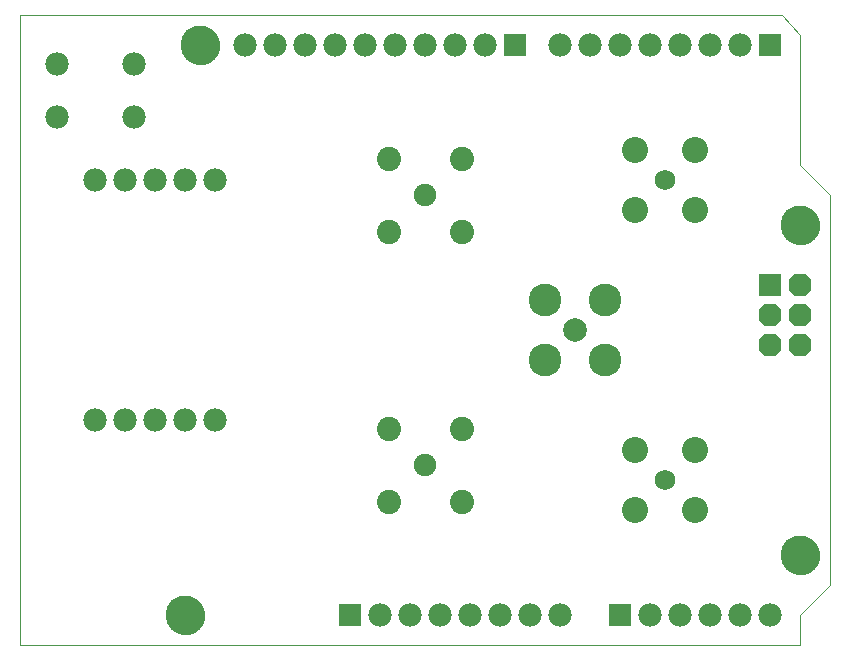
<source format=gbs>
G75*
%MOIN*%
%OFA0B0*%
%FSLAX25Y25*%
%IPPOS*%
%LPD*%
%AMOC8*
5,1,8,0,0,1.08239X$1,22.5*
%
%ADD10C,0.00000*%
%ADD11C,0.12998*%
%ADD12R,0.07800X0.07800*%
%ADD13C,0.07800*%
%ADD14R,0.07600X0.07600*%
%ADD15OC8,0.07600*%
%ADD16C,0.07487*%
%ADD17C,0.08077*%
%ADD18C,0.06896*%
%ADD19C,0.08668*%
%ADD20C,0.07900*%
%ADD21C,0.10900*%
D10*
X0001000Y0001000D02*
X0001000Y0211000D01*
X0255000Y0211000D01*
X0261000Y0204500D01*
X0261000Y0161000D01*
X0271000Y0151000D01*
X0271000Y0021000D01*
X0261000Y0011000D01*
X0261000Y0001000D01*
X0001000Y0001000D01*
X0049701Y0011000D02*
X0049703Y0011158D01*
X0049709Y0011316D01*
X0049719Y0011474D01*
X0049733Y0011632D01*
X0049751Y0011789D01*
X0049772Y0011946D01*
X0049798Y0012102D01*
X0049828Y0012258D01*
X0049861Y0012413D01*
X0049899Y0012566D01*
X0049940Y0012719D01*
X0049985Y0012871D01*
X0050034Y0013022D01*
X0050087Y0013171D01*
X0050143Y0013319D01*
X0050203Y0013465D01*
X0050267Y0013610D01*
X0050335Y0013753D01*
X0050406Y0013895D01*
X0050480Y0014035D01*
X0050558Y0014172D01*
X0050640Y0014308D01*
X0050724Y0014442D01*
X0050813Y0014573D01*
X0050904Y0014702D01*
X0050999Y0014829D01*
X0051096Y0014954D01*
X0051197Y0015076D01*
X0051301Y0015195D01*
X0051408Y0015312D01*
X0051518Y0015426D01*
X0051631Y0015537D01*
X0051746Y0015646D01*
X0051864Y0015751D01*
X0051985Y0015853D01*
X0052108Y0015953D01*
X0052234Y0016049D01*
X0052362Y0016142D01*
X0052492Y0016232D01*
X0052625Y0016318D01*
X0052760Y0016402D01*
X0052896Y0016481D01*
X0053035Y0016558D01*
X0053176Y0016630D01*
X0053318Y0016700D01*
X0053462Y0016765D01*
X0053608Y0016827D01*
X0053755Y0016885D01*
X0053904Y0016940D01*
X0054054Y0016991D01*
X0054205Y0017038D01*
X0054357Y0017081D01*
X0054510Y0017120D01*
X0054665Y0017156D01*
X0054820Y0017187D01*
X0054976Y0017215D01*
X0055132Y0017239D01*
X0055289Y0017259D01*
X0055447Y0017275D01*
X0055604Y0017287D01*
X0055763Y0017295D01*
X0055921Y0017299D01*
X0056079Y0017299D01*
X0056237Y0017295D01*
X0056396Y0017287D01*
X0056553Y0017275D01*
X0056711Y0017259D01*
X0056868Y0017239D01*
X0057024Y0017215D01*
X0057180Y0017187D01*
X0057335Y0017156D01*
X0057490Y0017120D01*
X0057643Y0017081D01*
X0057795Y0017038D01*
X0057946Y0016991D01*
X0058096Y0016940D01*
X0058245Y0016885D01*
X0058392Y0016827D01*
X0058538Y0016765D01*
X0058682Y0016700D01*
X0058824Y0016630D01*
X0058965Y0016558D01*
X0059104Y0016481D01*
X0059240Y0016402D01*
X0059375Y0016318D01*
X0059508Y0016232D01*
X0059638Y0016142D01*
X0059766Y0016049D01*
X0059892Y0015953D01*
X0060015Y0015853D01*
X0060136Y0015751D01*
X0060254Y0015646D01*
X0060369Y0015537D01*
X0060482Y0015426D01*
X0060592Y0015312D01*
X0060699Y0015195D01*
X0060803Y0015076D01*
X0060904Y0014954D01*
X0061001Y0014829D01*
X0061096Y0014702D01*
X0061187Y0014573D01*
X0061276Y0014442D01*
X0061360Y0014308D01*
X0061442Y0014172D01*
X0061520Y0014035D01*
X0061594Y0013895D01*
X0061665Y0013753D01*
X0061733Y0013610D01*
X0061797Y0013465D01*
X0061857Y0013319D01*
X0061913Y0013171D01*
X0061966Y0013022D01*
X0062015Y0012871D01*
X0062060Y0012719D01*
X0062101Y0012566D01*
X0062139Y0012413D01*
X0062172Y0012258D01*
X0062202Y0012102D01*
X0062228Y0011946D01*
X0062249Y0011789D01*
X0062267Y0011632D01*
X0062281Y0011474D01*
X0062291Y0011316D01*
X0062297Y0011158D01*
X0062299Y0011000D01*
X0062297Y0010842D01*
X0062291Y0010684D01*
X0062281Y0010526D01*
X0062267Y0010368D01*
X0062249Y0010211D01*
X0062228Y0010054D01*
X0062202Y0009898D01*
X0062172Y0009742D01*
X0062139Y0009587D01*
X0062101Y0009434D01*
X0062060Y0009281D01*
X0062015Y0009129D01*
X0061966Y0008978D01*
X0061913Y0008829D01*
X0061857Y0008681D01*
X0061797Y0008535D01*
X0061733Y0008390D01*
X0061665Y0008247D01*
X0061594Y0008105D01*
X0061520Y0007965D01*
X0061442Y0007828D01*
X0061360Y0007692D01*
X0061276Y0007558D01*
X0061187Y0007427D01*
X0061096Y0007298D01*
X0061001Y0007171D01*
X0060904Y0007046D01*
X0060803Y0006924D01*
X0060699Y0006805D01*
X0060592Y0006688D01*
X0060482Y0006574D01*
X0060369Y0006463D01*
X0060254Y0006354D01*
X0060136Y0006249D01*
X0060015Y0006147D01*
X0059892Y0006047D01*
X0059766Y0005951D01*
X0059638Y0005858D01*
X0059508Y0005768D01*
X0059375Y0005682D01*
X0059240Y0005598D01*
X0059104Y0005519D01*
X0058965Y0005442D01*
X0058824Y0005370D01*
X0058682Y0005300D01*
X0058538Y0005235D01*
X0058392Y0005173D01*
X0058245Y0005115D01*
X0058096Y0005060D01*
X0057946Y0005009D01*
X0057795Y0004962D01*
X0057643Y0004919D01*
X0057490Y0004880D01*
X0057335Y0004844D01*
X0057180Y0004813D01*
X0057024Y0004785D01*
X0056868Y0004761D01*
X0056711Y0004741D01*
X0056553Y0004725D01*
X0056396Y0004713D01*
X0056237Y0004705D01*
X0056079Y0004701D01*
X0055921Y0004701D01*
X0055763Y0004705D01*
X0055604Y0004713D01*
X0055447Y0004725D01*
X0055289Y0004741D01*
X0055132Y0004761D01*
X0054976Y0004785D01*
X0054820Y0004813D01*
X0054665Y0004844D01*
X0054510Y0004880D01*
X0054357Y0004919D01*
X0054205Y0004962D01*
X0054054Y0005009D01*
X0053904Y0005060D01*
X0053755Y0005115D01*
X0053608Y0005173D01*
X0053462Y0005235D01*
X0053318Y0005300D01*
X0053176Y0005370D01*
X0053035Y0005442D01*
X0052896Y0005519D01*
X0052760Y0005598D01*
X0052625Y0005682D01*
X0052492Y0005768D01*
X0052362Y0005858D01*
X0052234Y0005951D01*
X0052108Y0006047D01*
X0051985Y0006147D01*
X0051864Y0006249D01*
X0051746Y0006354D01*
X0051631Y0006463D01*
X0051518Y0006574D01*
X0051408Y0006688D01*
X0051301Y0006805D01*
X0051197Y0006924D01*
X0051096Y0007046D01*
X0050999Y0007171D01*
X0050904Y0007298D01*
X0050813Y0007427D01*
X0050724Y0007558D01*
X0050640Y0007692D01*
X0050558Y0007828D01*
X0050480Y0007965D01*
X0050406Y0008105D01*
X0050335Y0008247D01*
X0050267Y0008390D01*
X0050203Y0008535D01*
X0050143Y0008681D01*
X0050087Y0008829D01*
X0050034Y0008978D01*
X0049985Y0009129D01*
X0049940Y0009281D01*
X0049899Y0009434D01*
X0049861Y0009587D01*
X0049828Y0009742D01*
X0049798Y0009898D01*
X0049772Y0010054D01*
X0049751Y0010211D01*
X0049733Y0010368D01*
X0049719Y0010526D01*
X0049709Y0010684D01*
X0049703Y0010842D01*
X0049701Y0011000D01*
X0254701Y0031000D02*
X0254703Y0031158D01*
X0254709Y0031316D01*
X0254719Y0031474D01*
X0254733Y0031632D01*
X0254751Y0031789D01*
X0254772Y0031946D01*
X0254798Y0032102D01*
X0254828Y0032258D01*
X0254861Y0032413D01*
X0254899Y0032566D01*
X0254940Y0032719D01*
X0254985Y0032871D01*
X0255034Y0033022D01*
X0255087Y0033171D01*
X0255143Y0033319D01*
X0255203Y0033465D01*
X0255267Y0033610D01*
X0255335Y0033753D01*
X0255406Y0033895D01*
X0255480Y0034035D01*
X0255558Y0034172D01*
X0255640Y0034308D01*
X0255724Y0034442D01*
X0255813Y0034573D01*
X0255904Y0034702D01*
X0255999Y0034829D01*
X0256096Y0034954D01*
X0256197Y0035076D01*
X0256301Y0035195D01*
X0256408Y0035312D01*
X0256518Y0035426D01*
X0256631Y0035537D01*
X0256746Y0035646D01*
X0256864Y0035751D01*
X0256985Y0035853D01*
X0257108Y0035953D01*
X0257234Y0036049D01*
X0257362Y0036142D01*
X0257492Y0036232D01*
X0257625Y0036318D01*
X0257760Y0036402D01*
X0257896Y0036481D01*
X0258035Y0036558D01*
X0258176Y0036630D01*
X0258318Y0036700D01*
X0258462Y0036765D01*
X0258608Y0036827D01*
X0258755Y0036885D01*
X0258904Y0036940D01*
X0259054Y0036991D01*
X0259205Y0037038D01*
X0259357Y0037081D01*
X0259510Y0037120D01*
X0259665Y0037156D01*
X0259820Y0037187D01*
X0259976Y0037215D01*
X0260132Y0037239D01*
X0260289Y0037259D01*
X0260447Y0037275D01*
X0260604Y0037287D01*
X0260763Y0037295D01*
X0260921Y0037299D01*
X0261079Y0037299D01*
X0261237Y0037295D01*
X0261396Y0037287D01*
X0261553Y0037275D01*
X0261711Y0037259D01*
X0261868Y0037239D01*
X0262024Y0037215D01*
X0262180Y0037187D01*
X0262335Y0037156D01*
X0262490Y0037120D01*
X0262643Y0037081D01*
X0262795Y0037038D01*
X0262946Y0036991D01*
X0263096Y0036940D01*
X0263245Y0036885D01*
X0263392Y0036827D01*
X0263538Y0036765D01*
X0263682Y0036700D01*
X0263824Y0036630D01*
X0263965Y0036558D01*
X0264104Y0036481D01*
X0264240Y0036402D01*
X0264375Y0036318D01*
X0264508Y0036232D01*
X0264638Y0036142D01*
X0264766Y0036049D01*
X0264892Y0035953D01*
X0265015Y0035853D01*
X0265136Y0035751D01*
X0265254Y0035646D01*
X0265369Y0035537D01*
X0265482Y0035426D01*
X0265592Y0035312D01*
X0265699Y0035195D01*
X0265803Y0035076D01*
X0265904Y0034954D01*
X0266001Y0034829D01*
X0266096Y0034702D01*
X0266187Y0034573D01*
X0266276Y0034442D01*
X0266360Y0034308D01*
X0266442Y0034172D01*
X0266520Y0034035D01*
X0266594Y0033895D01*
X0266665Y0033753D01*
X0266733Y0033610D01*
X0266797Y0033465D01*
X0266857Y0033319D01*
X0266913Y0033171D01*
X0266966Y0033022D01*
X0267015Y0032871D01*
X0267060Y0032719D01*
X0267101Y0032566D01*
X0267139Y0032413D01*
X0267172Y0032258D01*
X0267202Y0032102D01*
X0267228Y0031946D01*
X0267249Y0031789D01*
X0267267Y0031632D01*
X0267281Y0031474D01*
X0267291Y0031316D01*
X0267297Y0031158D01*
X0267299Y0031000D01*
X0267297Y0030842D01*
X0267291Y0030684D01*
X0267281Y0030526D01*
X0267267Y0030368D01*
X0267249Y0030211D01*
X0267228Y0030054D01*
X0267202Y0029898D01*
X0267172Y0029742D01*
X0267139Y0029587D01*
X0267101Y0029434D01*
X0267060Y0029281D01*
X0267015Y0029129D01*
X0266966Y0028978D01*
X0266913Y0028829D01*
X0266857Y0028681D01*
X0266797Y0028535D01*
X0266733Y0028390D01*
X0266665Y0028247D01*
X0266594Y0028105D01*
X0266520Y0027965D01*
X0266442Y0027828D01*
X0266360Y0027692D01*
X0266276Y0027558D01*
X0266187Y0027427D01*
X0266096Y0027298D01*
X0266001Y0027171D01*
X0265904Y0027046D01*
X0265803Y0026924D01*
X0265699Y0026805D01*
X0265592Y0026688D01*
X0265482Y0026574D01*
X0265369Y0026463D01*
X0265254Y0026354D01*
X0265136Y0026249D01*
X0265015Y0026147D01*
X0264892Y0026047D01*
X0264766Y0025951D01*
X0264638Y0025858D01*
X0264508Y0025768D01*
X0264375Y0025682D01*
X0264240Y0025598D01*
X0264104Y0025519D01*
X0263965Y0025442D01*
X0263824Y0025370D01*
X0263682Y0025300D01*
X0263538Y0025235D01*
X0263392Y0025173D01*
X0263245Y0025115D01*
X0263096Y0025060D01*
X0262946Y0025009D01*
X0262795Y0024962D01*
X0262643Y0024919D01*
X0262490Y0024880D01*
X0262335Y0024844D01*
X0262180Y0024813D01*
X0262024Y0024785D01*
X0261868Y0024761D01*
X0261711Y0024741D01*
X0261553Y0024725D01*
X0261396Y0024713D01*
X0261237Y0024705D01*
X0261079Y0024701D01*
X0260921Y0024701D01*
X0260763Y0024705D01*
X0260604Y0024713D01*
X0260447Y0024725D01*
X0260289Y0024741D01*
X0260132Y0024761D01*
X0259976Y0024785D01*
X0259820Y0024813D01*
X0259665Y0024844D01*
X0259510Y0024880D01*
X0259357Y0024919D01*
X0259205Y0024962D01*
X0259054Y0025009D01*
X0258904Y0025060D01*
X0258755Y0025115D01*
X0258608Y0025173D01*
X0258462Y0025235D01*
X0258318Y0025300D01*
X0258176Y0025370D01*
X0258035Y0025442D01*
X0257896Y0025519D01*
X0257760Y0025598D01*
X0257625Y0025682D01*
X0257492Y0025768D01*
X0257362Y0025858D01*
X0257234Y0025951D01*
X0257108Y0026047D01*
X0256985Y0026147D01*
X0256864Y0026249D01*
X0256746Y0026354D01*
X0256631Y0026463D01*
X0256518Y0026574D01*
X0256408Y0026688D01*
X0256301Y0026805D01*
X0256197Y0026924D01*
X0256096Y0027046D01*
X0255999Y0027171D01*
X0255904Y0027298D01*
X0255813Y0027427D01*
X0255724Y0027558D01*
X0255640Y0027692D01*
X0255558Y0027828D01*
X0255480Y0027965D01*
X0255406Y0028105D01*
X0255335Y0028247D01*
X0255267Y0028390D01*
X0255203Y0028535D01*
X0255143Y0028681D01*
X0255087Y0028829D01*
X0255034Y0028978D01*
X0254985Y0029129D01*
X0254940Y0029281D01*
X0254899Y0029434D01*
X0254861Y0029587D01*
X0254828Y0029742D01*
X0254798Y0029898D01*
X0254772Y0030054D01*
X0254751Y0030211D01*
X0254733Y0030368D01*
X0254719Y0030526D01*
X0254709Y0030684D01*
X0254703Y0030842D01*
X0254701Y0031000D01*
X0254701Y0141000D02*
X0254703Y0141158D01*
X0254709Y0141316D01*
X0254719Y0141474D01*
X0254733Y0141632D01*
X0254751Y0141789D01*
X0254772Y0141946D01*
X0254798Y0142102D01*
X0254828Y0142258D01*
X0254861Y0142413D01*
X0254899Y0142566D01*
X0254940Y0142719D01*
X0254985Y0142871D01*
X0255034Y0143022D01*
X0255087Y0143171D01*
X0255143Y0143319D01*
X0255203Y0143465D01*
X0255267Y0143610D01*
X0255335Y0143753D01*
X0255406Y0143895D01*
X0255480Y0144035D01*
X0255558Y0144172D01*
X0255640Y0144308D01*
X0255724Y0144442D01*
X0255813Y0144573D01*
X0255904Y0144702D01*
X0255999Y0144829D01*
X0256096Y0144954D01*
X0256197Y0145076D01*
X0256301Y0145195D01*
X0256408Y0145312D01*
X0256518Y0145426D01*
X0256631Y0145537D01*
X0256746Y0145646D01*
X0256864Y0145751D01*
X0256985Y0145853D01*
X0257108Y0145953D01*
X0257234Y0146049D01*
X0257362Y0146142D01*
X0257492Y0146232D01*
X0257625Y0146318D01*
X0257760Y0146402D01*
X0257896Y0146481D01*
X0258035Y0146558D01*
X0258176Y0146630D01*
X0258318Y0146700D01*
X0258462Y0146765D01*
X0258608Y0146827D01*
X0258755Y0146885D01*
X0258904Y0146940D01*
X0259054Y0146991D01*
X0259205Y0147038D01*
X0259357Y0147081D01*
X0259510Y0147120D01*
X0259665Y0147156D01*
X0259820Y0147187D01*
X0259976Y0147215D01*
X0260132Y0147239D01*
X0260289Y0147259D01*
X0260447Y0147275D01*
X0260604Y0147287D01*
X0260763Y0147295D01*
X0260921Y0147299D01*
X0261079Y0147299D01*
X0261237Y0147295D01*
X0261396Y0147287D01*
X0261553Y0147275D01*
X0261711Y0147259D01*
X0261868Y0147239D01*
X0262024Y0147215D01*
X0262180Y0147187D01*
X0262335Y0147156D01*
X0262490Y0147120D01*
X0262643Y0147081D01*
X0262795Y0147038D01*
X0262946Y0146991D01*
X0263096Y0146940D01*
X0263245Y0146885D01*
X0263392Y0146827D01*
X0263538Y0146765D01*
X0263682Y0146700D01*
X0263824Y0146630D01*
X0263965Y0146558D01*
X0264104Y0146481D01*
X0264240Y0146402D01*
X0264375Y0146318D01*
X0264508Y0146232D01*
X0264638Y0146142D01*
X0264766Y0146049D01*
X0264892Y0145953D01*
X0265015Y0145853D01*
X0265136Y0145751D01*
X0265254Y0145646D01*
X0265369Y0145537D01*
X0265482Y0145426D01*
X0265592Y0145312D01*
X0265699Y0145195D01*
X0265803Y0145076D01*
X0265904Y0144954D01*
X0266001Y0144829D01*
X0266096Y0144702D01*
X0266187Y0144573D01*
X0266276Y0144442D01*
X0266360Y0144308D01*
X0266442Y0144172D01*
X0266520Y0144035D01*
X0266594Y0143895D01*
X0266665Y0143753D01*
X0266733Y0143610D01*
X0266797Y0143465D01*
X0266857Y0143319D01*
X0266913Y0143171D01*
X0266966Y0143022D01*
X0267015Y0142871D01*
X0267060Y0142719D01*
X0267101Y0142566D01*
X0267139Y0142413D01*
X0267172Y0142258D01*
X0267202Y0142102D01*
X0267228Y0141946D01*
X0267249Y0141789D01*
X0267267Y0141632D01*
X0267281Y0141474D01*
X0267291Y0141316D01*
X0267297Y0141158D01*
X0267299Y0141000D01*
X0267297Y0140842D01*
X0267291Y0140684D01*
X0267281Y0140526D01*
X0267267Y0140368D01*
X0267249Y0140211D01*
X0267228Y0140054D01*
X0267202Y0139898D01*
X0267172Y0139742D01*
X0267139Y0139587D01*
X0267101Y0139434D01*
X0267060Y0139281D01*
X0267015Y0139129D01*
X0266966Y0138978D01*
X0266913Y0138829D01*
X0266857Y0138681D01*
X0266797Y0138535D01*
X0266733Y0138390D01*
X0266665Y0138247D01*
X0266594Y0138105D01*
X0266520Y0137965D01*
X0266442Y0137828D01*
X0266360Y0137692D01*
X0266276Y0137558D01*
X0266187Y0137427D01*
X0266096Y0137298D01*
X0266001Y0137171D01*
X0265904Y0137046D01*
X0265803Y0136924D01*
X0265699Y0136805D01*
X0265592Y0136688D01*
X0265482Y0136574D01*
X0265369Y0136463D01*
X0265254Y0136354D01*
X0265136Y0136249D01*
X0265015Y0136147D01*
X0264892Y0136047D01*
X0264766Y0135951D01*
X0264638Y0135858D01*
X0264508Y0135768D01*
X0264375Y0135682D01*
X0264240Y0135598D01*
X0264104Y0135519D01*
X0263965Y0135442D01*
X0263824Y0135370D01*
X0263682Y0135300D01*
X0263538Y0135235D01*
X0263392Y0135173D01*
X0263245Y0135115D01*
X0263096Y0135060D01*
X0262946Y0135009D01*
X0262795Y0134962D01*
X0262643Y0134919D01*
X0262490Y0134880D01*
X0262335Y0134844D01*
X0262180Y0134813D01*
X0262024Y0134785D01*
X0261868Y0134761D01*
X0261711Y0134741D01*
X0261553Y0134725D01*
X0261396Y0134713D01*
X0261237Y0134705D01*
X0261079Y0134701D01*
X0260921Y0134701D01*
X0260763Y0134705D01*
X0260604Y0134713D01*
X0260447Y0134725D01*
X0260289Y0134741D01*
X0260132Y0134761D01*
X0259976Y0134785D01*
X0259820Y0134813D01*
X0259665Y0134844D01*
X0259510Y0134880D01*
X0259357Y0134919D01*
X0259205Y0134962D01*
X0259054Y0135009D01*
X0258904Y0135060D01*
X0258755Y0135115D01*
X0258608Y0135173D01*
X0258462Y0135235D01*
X0258318Y0135300D01*
X0258176Y0135370D01*
X0258035Y0135442D01*
X0257896Y0135519D01*
X0257760Y0135598D01*
X0257625Y0135682D01*
X0257492Y0135768D01*
X0257362Y0135858D01*
X0257234Y0135951D01*
X0257108Y0136047D01*
X0256985Y0136147D01*
X0256864Y0136249D01*
X0256746Y0136354D01*
X0256631Y0136463D01*
X0256518Y0136574D01*
X0256408Y0136688D01*
X0256301Y0136805D01*
X0256197Y0136924D01*
X0256096Y0137046D01*
X0255999Y0137171D01*
X0255904Y0137298D01*
X0255813Y0137427D01*
X0255724Y0137558D01*
X0255640Y0137692D01*
X0255558Y0137828D01*
X0255480Y0137965D01*
X0255406Y0138105D01*
X0255335Y0138247D01*
X0255267Y0138390D01*
X0255203Y0138535D01*
X0255143Y0138681D01*
X0255087Y0138829D01*
X0255034Y0138978D01*
X0254985Y0139129D01*
X0254940Y0139281D01*
X0254899Y0139434D01*
X0254861Y0139587D01*
X0254828Y0139742D01*
X0254798Y0139898D01*
X0254772Y0140054D01*
X0254751Y0140211D01*
X0254733Y0140368D01*
X0254719Y0140526D01*
X0254709Y0140684D01*
X0254703Y0140842D01*
X0254701Y0141000D01*
X0054701Y0201000D02*
X0054703Y0201158D01*
X0054709Y0201316D01*
X0054719Y0201474D01*
X0054733Y0201632D01*
X0054751Y0201789D01*
X0054772Y0201946D01*
X0054798Y0202102D01*
X0054828Y0202258D01*
X0054861Y0202413D01*
X0054899Y0202566D01*
X0054940Y0202719D01*
X0054985Y0202871D01*
X0055034Y0203022D01*
X0055087Y0203171D01*
X0055143Y0203319D01*
X0055203Y0203465D01*
X0055267Y0203610D01*
X0055335Y0203753D01*
X0055406Y0203895D01*
X0055480Y0204035D01*
X0055558Y0204172D01*
X0055640Y0204308D01*
X0055724Y0204442D01*
X0055813Y0204573D01*
X0055904Y0204702D01*
X0055999Y0204829D01*
X0056096Y0204954D01*
X0056197Y0205076D01*
X0056301Y0205195D01*
X0056408Y0205312D01*
X0056518Y0205426D01*
X0056631Y0205537D01*
X0056746Y0205646D01*
X0056864Y0205751D01*
X0056985Y0205853D01*
X0057108Y0205953D01*
X0057234Y0206049D01*
X0057362Y0206142D01*
X0057492Y0206232D01*
X0057625Y0206318D01*
X0057760Y0206402D01*
X0057896Y0206481D01*
X0058035Y0206558D01*
X0058176Y0206630D01*
X0058318Y0206700D01*
X0058462Y0206765D01*
X0058608Y0206827D01*
X0058755Y0206885D01*
X0058904Y0206940D01*
X0059054Y0206991D01*
X0059205Y0207038D01*
X0059357Y0207081D01*
X0059510Y0207120D01*
X0059665Y0207156D01*
X0059820Y0207187D01*
X0059976Y0207215D01*
X0060132Y0207239D01*
X0060289Y0207259D01*
X0060447Y0207275D01*
X0060604Y0207287D01*
X0060763Y0207295D01*
X0060921Y0207299D01*
X0061079Y0207299D01*
X0061237Y0207295D01*
X0061396Y0207287D01*
X0061553Y0207275D01*
X0061711Y0207259D01*
X0061868Y0207239D01*
X0062024Y0207215D01*
X0062180Y0207187D01*
X0062335Y0207156D01*
X0062490Y0207120D01*
X0062643Y0207081D01*
X0062795Y0207038D01*
X0062946Y0206991D01*
X0063096Y0206940D01*
X0063245Y0206885D01*
X0063392Y0206827D01*
X0063538Y0206765D01*
X0063682Y0206700D01*
X0063824Y0206630D01*
X0063965Y0206558D01*
X0064104Y0206481D01*
X0064240Y0206402D01*
X0064375Y0206318D01*
X0064508Y0206232D01*
X0064638Y0206142D01*
X0064766Y0206049D01*
X0064892Y0205953D01*
X0065015Y0205853D01*
X0065136Y0205751D01*
X0065254Y0205646D01*
X0065369Y0205537D01*
X0065482Y0205426D01*
X0065592Y0205312D01*
X0065699Y0205195D01*
X0065803Y0205076D01*
X0065904Y0204954D01*
X0066001Y0204829D01*
X0066096Y0204702D01*
X0066187Y0204573D01*
X0066276Y0204442D01*
X0066360Y0204308D01*
X0066442Y0204172D01*
X0066520Y0204035D01*
X0066594Y0203895D01*
X0066665Y0203753D01*
X0066733Y0203610D01*
X0066797Y0203465D01*
X0066857Y0203319D01*
X0066913Y0203171D01*
X0066966Y0203022D01*
X0067015Y0202871D01*
X0067060Y0202719D01*
X0067101Y0202566D01*
X0067139Y0202413D01*
X0067172Y0202258D01*
X0067202Y0202102D01*
X0067228Y0201946D01*
X0067249Y0201789D01*
X0067267Y0201632D01*
X0067281Y0201474D01*
X0067291Y0201316D01*
X0067297Y0201158D01*
X0067299Y0201000D01*
X0067297Y0200842D01*
X0067291Y0200684D01*
X0067281Y0200526D01*
X0067267Y0200368D01*
X0067249Y0200211D01*
X0067228Y0200054D01*
X0067202Y0199898D01*
X0067172Y0199742D01*
X0067139Y0199587D01*
X0067101Y0199434D01*
X0067060Y0199281D01*
X0067015Y0199129D01*
X0066966Y0198978D01*
X0066913Y0198829D01*
X0066857Y0198681D01*
X0066797Y0198535D01*
X0066733Y0198390D01*
X0066665Y0198247D01*
X0066594Y0198105D01*
X0066520Y0197965D01*
X0066442Y0197828D01*
X0066360Y0197692D01*
X0066276Y0197558D01*
X0066187Y0197427D01*
X0066096Y0197298D01*
X0066001Y0197171D01*
X0065904Y0197046D01*
X0065803Y0196924D01*
X0065699Y0196805D01*
X0065592Y0196688D01*
X0065482Y0196574D01*
X0065369Y0196463D01*
X0065254Y0196354D01*
X0065136Y0196249D01*
X0065015Y0196147D01*
X0064892Y0196047D01*
X0064766Y0195951D01*
X0064638Y0195858D01*
X0064508Y0195768D01*
X0064375Y0195682D01*
X0064240Y0195598D01*
X0064104Y0195519D01*
X0063965Y0195442D01*
X0063824Y0195370D01*
X0063682Y0195300D01*
X0063538Y0195235D01*
X0063392Y0195173D01*
X0063245Y0195115D01*
X0063096Y0195060D01*
X0062946Y0195009D01*
X0062795Y0194962D01*
X0062643Y0194919D01*
X0062490Y0194880D01*
X0062335Y0194844D01*
X0062180Y0194813D01*
X0062024Y0194785D01*
X0061868Y0194761D01*
X0061711Y0194741D01*
X0061553Y0194725D01*
X0061396Y0194713D01*
X0061237Y0194705D01*
X0061079Y0194701D01*
X0060921Y0194701D01*
X0060763Y0194705D01*
X0060604Y0194713D01*
X0060447Y0194725D01*
X0060289Y0194741D01*
X0060132Y0194761D01*
X0059976Y0194785D01*
X0059820Y0194813D01*
X0059665Y0194844D01*
X0059510Y0194880D01*
X0059357Y0194919D01*
X0059205Y0194962D01*
X0059054Y0195009D01*
X0058904Y0195060D01*
X0058755Y0195115D01*
X0058608Y0195173D01*
X0058462Y0195235D01*
X0058318Y0195300D01*
X0058176Y0195370D01*
X0058035Y0195442D01*
X0057896Y0195519D01*
X0057760Y0195598D01*
X0057625Y0195682D01*
X0057492Y0195768D01*
X0057362Y0195858D01*
X0057234Y0195951D01*
X0057108Y0196047D01*
X0056985Y0196147D01*
X0056864Y0196249D01*
X0056746Y0196354D01*
X0056631Y0196463D01*
X0056518Y0196574D01*
X0056408Y0196688D01*
X0056301Y0196805D01*
X0056197Y0196924D01*
X0056096Y0197046D01*
X0055999Y0197171D01*
X0055904Y0197298D01*
X0055813Y0197427D01*
X0055724Y0197558D01*
X0055640Y0197692D01*
X0055558Y0197828D01*
X0055480Y0197965D01*
X0055406Y0198105D01*
X0055335Y0198247D01*
X0055267Y0198390D01*
X0055203Y0198535D01*
X0055143Y0198681D01*
X0055087Y0198829D01*
X0055034Y0198978D01*
X0054985Y0199129D01*
X0054940Y0199281D01*
X0054899Y0199434D01*
X0054861Y0199587D01*
X0054828Y0199742D01*
X0054798Y0199898D01*
X0054772Y0200054D01*
X0054751Y0200211D01*
X0054733Y0200368D01*
X0054719Y0200526D01*
X0054709Y0200684D01*
X0054703Y0200842D01*
X0054701Y0201000D01*
D11*
X0061000Y0201000D03*
X0261000Y0141000D03*
X0261000Y0031000D03*
X0056000Y0011000D03*
D12*
X0111000Y0011000D03*
X0201000Y0011000D03*
X0166000Y0201000D03*
X0251000Y0201000D03*
D13*
X0241000Y0201000D03*
X0231000Y0201000D03*
X0221000Y0201000D03*
X0211000Y0201000D03*
X0201000Y0201000D03*
X0191000Y0201000D03*
X0181000Y0201000D03*
X0156000Y0201000D03*
X0146000Y0201000D03*
X0136000Y0201000D03*
X0126000Y0201000D03*
X0116000Y0201000D03*
X0106000Y0201000D03*
X0096000Y0201000D03*
X0086000Y0201000D03*
X0076000Y0201000D03*
X0038800Y0194900D03*
X0038800Y0177100D03*
X0036000Y0156000D03*
X0046000Y0156000D03*
X0056000Y0156000D03*
X0066000Y0156000D03*
X0026000Y0156000D03*
X0013200Y0177100D03*
X0013200Y0194900D03*
X0026000Y0076000D03*
X0036000Y0076000D03*
X0046000Y0076000D03*
X0056000Y0076000D03*
X0066000Y0076000D03*
X0121000Y0011000D03*
X0131000Y0011000D03*
X0141000Y0011000D03*
X0151000Y0011000D03*
X0161000Y0011000D03*
X0171000Y0011000D03*
X0181000Y0011000D03*
X0211000Y0011000D03*
X0221000Y0011000D03*
X0231000Y0011000D03*
X0241000Y0011000D03*
X0251000Y0011000D03*
D14*
X0251000Y0121000D03*
D15*
X0261000Y0121000D03*
X0261000Y0111000D03*
X0251000Y0111000D03*
X0251000Y0101000D03*
X0261000Y0101000D03*
D16*
X0136000Y0061000D03*
X0136000Y0151000D03*
D17*
X0123800Y0138800D03*
X0148200Y0138800D03*
X0148200Y0163200D03*
X0123800Y0163200D03*
X0123800Y0073200D03*
X0148200Y0073200D03*
X0148200Y0048800D03*
X0123800Y0048800D03*
D18*
X0216000Y0056000D03*
X0216000Y0156000D03*
D19*
X0206000Y0166000D03*
X0226000Y0166000D03*
X0226000Y0146000D03*
X0206000Y0146000D03*
X0206000Y0066000D03*
X0226000Y0066000D03*
X0226000Y0046000D03*
X0206000Y0046000D03*
D20*
X0186000Y0106000D03*
D21*
X0175961Y0095961D03*
X0196039Y0095961D03*
X0196039Y0116039D03*
X0175961Y0116039D03*
M02*

</source>
